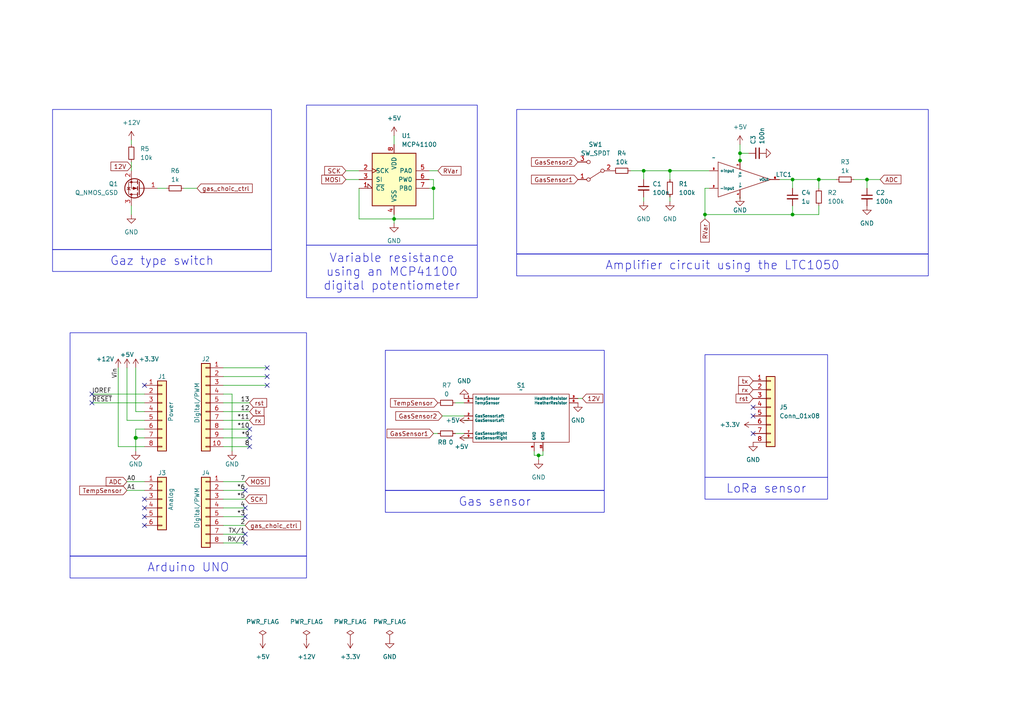
<source format=kicad_sch>
(kicad_sch (version 20231120) (generator "eeschema") (generator_version "8.0")
  (paper "A4")
  (title_block (title "Badr, Amine, Imane, Fatine, Joao electrical circuit") (date "2025-12-17") (company "INSA Toulouse"))
  (lib_symbols
    (symbol "+5V_1" (power) (pin_names (offset 0))
      (property "Value" "+5V_1" (at 0 3.556 0))
      (symbol "+5V_1_0_1"
        (polyline (pts (xy -0.762 1.27) (xy 0 2.54)))
        (polyline (pts (xy 0 0) (xy 0 2.54)))
        (polyline (pts (xy 0 2.54) (xy 0.762 1.27)))
      )
      (symbol "+5V_1_1_1"
        (pin power_in line (at 0 0 90) (length 0) hide (name "+5V") (number "1"))
      )
    )
    (symbol "+5V_2" (power) (pin_names (offset 0))
      (property "Value" "+5V_2" (at 0 3.556 0))
      (symbol "+5V_2_0_1"
        (polyline (pts (xy -0.762 1.27) (xy 0 2.54)))
        (polyline (pts (xy 0 0) (xy 0 2.54)))
        (polyline (pts (xy 0 2.54) (xy 0.762 1.27)))
      )
      (symbol "+5V_2_1_1"
        (pin power_in line (at 0 0 90) (length 0) hide (name "+5V") (number "1"))
      )
    )
    (symbol "Connector_Generic:Conn_01x06" (pin_names (offset 1.016) hide)
      (property "Reference" "J" (at 0 7.62 0))
      (property "Value" "Conn_01x06" (at 0 -10.16 0))
      (symbol "Conn_01x06_1_1"
        (rectangle (start -1.27 -7.493) (end 0 -7.747) (stroke (width 0.1524)))
        (rectangle (start -1.27 -4.953) (end 0 -5.207) (stroke (width 0.1524)))
        (rectangle (start -1.27 -2.413) (end 0 -2.667) (stroke (width 0.1524)))
        (rectangle (start -1.27 0.127) (end 0 -0.127) (stroke (width 0.1524)))
        (rectangle (start -1.27 2.667) (end 0 2.413) (stroke (width 0.1524)))
        (rectangle (start -1.27 5.207) (end 0 4.953) (stroke (width 0.1524)))
        (rectangle (start -1.27 6.35) (end 1.27 -8.89) (stroke (width 0.254)) (fill (type background)))
        (pin passive line (at -5.08 5.08 0) (length 3.81) (name "Pin_1") (number "1"))
        (pin passive line (at -5.08 2.54 0) (length 3.81) (name "Pin_2") (number "2"))
        (pin passive line (at -5.08 0 0) (length 3.81) (name "Pin_3") (number "3"))
        (pin passive line (at -5.08 -2.54 0) (length 3.81) (name "Pin_4") (number "4"))
        (pin passive line (at -5.08 -5.08 0) (length 3.81) (name "Pin_5") (number "5"))
        (pin passive line (at -5.08 -7.62 0) (length 3.81) (name "Pin_6") (number "6"))
      )
    )
    (symbol "Connector_Generic:Conn_01x08" (pin_names (offset 1.016) hide)
      (property "Reference" "J" (at 0 10.16 0))
      (property "Value" "Conn_01x08" (at 0 -12.7 0))
      (symbol "Conn_01x08_1_1"
        (rectangle (start -1.27 -10.033) (end 0 -10.287) (stroke (width 0.1524)))
        (rectangle (start -1.27 -7.493) (end 0 -7.747) (stroke (width 0.1524)))
        (rectangle (start -1.27 -4.953) (end 0 -5.207) (stroke (width 0.1524)))
        (rectangle (start -1.27 -2.413) (end 0 -2.667) (stroke (width 0.1524)))
        (rectangle (start -1.27 0.127) (end 0 -0.127) (stroke (width 0.1524)))
        (rectangle (start -1.27 2.667) (end 0 2.413) (stroke (width 0.1524)))
        (rectangle (start -1.27 5.207) (end 0 4.953) (stroke (width 0.1524)))
        (rectangle (start -1.27 7.747) (end 0 7.493) (stroke (width 0.1524)))
        (rectangle (start -1.27 8.89) (end 1.27 -11.43) (stroke (width 0.254)) (fill (type background)))
        (pin passive line (at -5.08 7.62 0) (length 3.81) (name "Pin_1") (number "1"))
        (pin passive line (at -5.08 5.08 0) (length 3.81) (name "Pin_2") (number "2"))
        (pin passive line (at -5.08 2.54 0) (length 3.81) (name "Pin_3") (number "3"))
        (pin passive line (at -5.08 0 0) (length 3.81) (name "Pin_4") (number "4"))
        (pin passive line (at -5.08 -2.54 0) (length 3.81) (name "Pin_5") (number "5"))
        (pin passive line (at -5.08 -5.08 0) (length 3.81) (name "Pin_6") (number "6"))
        (pin passive line (at -5.08 -7.62 0) (length 3.81) (name "Pin_7") (number "7"))
        (pin passive line (at -5.08 -10.16 0) (length 3.81) (name "Pin_8") (number "8"))
      )
    )
    (symbol "Connector_Generic:Conn_01x10" (pin_names (offset 1.016) hide)
      (property "Reference" "J" (at 0 12.7 0))
      (property "Value" "Conn_01x10" (at 0 -15.24 0))
      (symbol "Conn_01x10_1_1"
        (rectangle (start -1.27 -12.573) (end 0 -12.827) (stroke (width 0.1524)))
        (rectangle (start -1.27 -10.033) (end 0 -10.287) (stroke (width 0.1524)))
        (rectangle (start -1.27 -7.493) (end 0 -7.747) (stroke (width 0.1524)))
        (rectangle (start -1.27 -4.953) (end 0 -5.207) (stroke (width 0.1524)))
        (rectangle (start -1.27 -2.413) (end 0 -2.667) (stroke (width 0.1524)))
        (rectangle (start -1.27 0.127) (end 0 -0.127) (stroke (width 0.1524)))
        (rectangle (start -1.27 2.667) (end 0 2.413) (stroke (width 0.1524)))
        (rectangle (start -1.27 5.207) (end 0 4.953) (stroke (width 0.1524)))
        (rectangle (start -1.27 7.747) (end 0 7.493) (stroke (width 0.1524)))
        (rectangle (start -1.27 10.287) (end 0 10.033) (stroke (width 0.1524)))
        (rectangle (start -1.27 11.43) (end 1.27 -13.97) (stroke (width 0.254)) (fill (type background)))
        (pin passive line (at -5.08 10.16 0) (length 3.81) (name "Pin_1") (number "1"))
        (pin passive line (at -5.08 -12.7 0) (length 3.81) (name "Pin_10") (number "10"))
        (pin passive line (at -5.08 7.62 0) (length 3.81) (name "Pin_2") (number "2"))
        (pin passive line (at -5.08 5.08 0) (length 3.81) (name "Pin_3") (number "3"))
        (pin passive line (at -5.08 2.54 0) (length 3.81) (name "Pin_4") (number "4"))
        (pin passive line (at -5.08 0 0) (length 3.81) (name "Pin_5") (number "5"))
        (pin passive line (at -5.08 -2.54 0) (length 3.81) (name "Pin_6") (number "6"))
        (pin passive line (at -5.08 -5.08 0) (length 3.81) (name "Pin_7") (number "7"))
        (pin passive line (at -5.08 -7.62 0) (length 3.81) (name "Pin_8") (number "8"))
        (pin passive line (at -5.08 -10.16 0) (length 3.81) (name "Pin_9") (number "9"))
      )
    )
    (symbol "Device:C_Small" (pin_numbers hide) (pin_names (offset 0.254) hide)
      (property "Reference" "C" (at 0.254 1.778 0))
      (property "Value" "C_Small" (at 0.254 -2.032 0))
      (symbol "C_Small_0_1"
        (polyline (pts (xy -1.524 -0.508) (xy 1.524 -0.508)) (stroke (width 0.3302)))
        (polyline (pts (xy -1.524 0.508) (xy 1.524 0.508)) (stroke (width 0.3048)))
      )
      (symbol "C_Small_1_1"
        (pin passive line (at 0 2.54 270) (length 2.032) (name "~") (number "1"))
        (pin passive line (at 0 -2.54 90) (length 2.032) (name "~") (number "2"))
      )
    )
    (symbol "Device:Q_NMOS_GSD" (pin_names (offset 0) hide)
      (property "Reference" "Q" (at 5.08 1.27 0))
      (property "Value" "Q_NMOS_GSD" (at 5.08 -1.27 0))
      (symbol "Q_NMOS_GSD_0_1"
        (polyline (pts (xy 0.254 0) (xy -2.54 0)))
        (polyline (pts (xy 0.254 1.905) (xy 0.254 -1.905)) (stroke (width 0.254)))
        (polyline (pts (xy 0.762 -1.27) (xy 0.762 -2.286)) (stroke (width 0.254)))
        (polyline (pts (xy 0.762 0.508) (xy 0.762 -0.508)) (stroke (width 0.254)))
        (polyline (pts (xy 0.762 2.286) (xy 0.762 1.27)) (stroke (width 0.254)))
        (polyline (pts (xy 2.54 2.54) (xy 2.54 1.778)))
        (polyline (pts (xy 2.54 -2.54) (xy 2.54 0) (xy 0.762 0)))
        (polyline (pts (xy 0.762 -1.778) (xy 3.302 -1.778) (xy 3.302 1.778) (xy 0.762 1.778)))
        (polyline (pts (xy 1.016 0) (xy 2.032 0.381) (xy 2.032 -0.381) (xy 1.016 0)) (fill (type outline)))
        (polyline (pts (xy 2.794 0.508) (xy 2.921 0.381) (xy 3.683 0.381) (xy 3.81 0.254)))
        (polyline (pts (xy 3.302 0.381) (xy 2.921 -0.254) (xy 3.683 -0.254) (xy 3.302 0.381)))
        (circle (center 1.651 0) (radius 2.794) (stroke (width 0.254)))
        (circle (center 2.54 -1.778) (radius 0.254) (fill (type outline)))
        (circle (center 2.54 1.778) (radius 0.254) (fill (type outline)))
      )
      (symbol "Q_NMOS_GSD_1_1"
        (pin input line (at -5.08 0 0) (length 2.54) (name "G") (number "1"))
        (pin passive line (at 2.54 -5.08 90) (length 2.54) (name "S") (number "2"))
        (pin passive line (at 2.54 5.08 270) (length 2.54) (name "D") (number "3"))
      )
    )
    (symbol "Device:R_Small" (pin_numbers hide) (pin_names (offset 0.254) hide)
      (property "Reference" "R" (at 0.762 0.508 0))
      (property "Value" "R_Small" (at 0.762 -1.016 0))
      (symbol "R_Small_0_1"
        (rectangle (start -0.762 1.778) (end 0.762 -1.778) (stroke (width 0.2032)))
      )
      (symbol "R_Small_1_1"
        (pin passive line (at 0 2.54 270) (length 0.762) (name "~") (number "1"))
        (pin passive line (at 0 -2.54 90) (length 0.762) (name "~") (number "2"))
      )
    )
    (symbol "GND_1" (power) (pin_names (offset 0))
      (property "Value" "GND_1" (at 0 -3.81 0))
      (symbol "GND_1_0_1"
        (polyline (pts (xy 0 0) (xy 0 -1.27) (xy 1.27 -1.27) (xy 0 -2.54) (xy -1.27 -1.27) (xy 0 -1.27)))
      )
      (symbol "GND_1_1_1"
        (pin power_in line (at 0 0 270) (length 0) hide (name "GND") (number "1"))
      )
    )
    (symbol "GND_10" (power) (pin_names (offset 0))
      (property "Value" "GND_10" (at 0 -3.81 0))
      (symbol "GND_10_0_1"
        (polyline (pts (xy 0 0) (xy 0 -1.27) (xy 1.27 -1.27) (xy 0 -2.54) (xy -1.27 -1.27) (xy 0 -1.27)))
      )
      (symbol "GND_10_1_1"
        (pin power_in line (at 0 0 270) (length 0) hide (name "GND") (number "1"))
      )
    )
    (symbol "GND_2" (power) (pin_names (offset 0))
      (property "Value" "GND_2" (at 0 -3.81 0))
      (symbol "GND_2_0_1"
        (polyline (pts (xy 0 0) (xy 0 -1.27) (xy 1.27 -1.27) (xy 0 -2.54) (xy -1.27 -1.27) (xy 0 -1.27)))
      )
      (symbol "GND_2_1_1"
        (pin power_in line (at 0 0 270) (length 0) hide (name "GND") (number "1"))
      )
    )
    (symbol "GND_3" (power) (pin_names (offset 0))
      (property "Value" "GND_3" (at 0 -3.81 0))
      (symbol "GND_3_0_1"
        (polyline (pts (xy 0 0) (xy 0 -1.27) (xy 1.27 -1.27) (xy 0 -2.54) (xy -1.27 -1.27) (xy 0 -1.27)))
      )
      (symbol "GND_3_1_1"
        (pin power_in line (at 0 0 270) (length 0) hide (name "GND") (number "1"))
      )
    )
    (symbol "GND_4" (power) (pin_names (offset 0))
      (property "Value" "GND_4" (at 0 -3.81 0))
      (symbol "GND_4_0_1"
        (polyline (pts (xy 0 0) (xy 0 -1.27) (xy 1.27 -1.27) (xy 0 -2.54) (xy -1.27 -1.27) (xy 0 -1.27)))
      )
      (symbol "GND_4_1_1"
        (pin power_in line (at 0 0 270) (length 0) hide (name "GND") (number "1"))
      )
    )
    (symbol "GND_5" (power) (pin_names (offset 0))
      (property "Value" "GND_5" (at 0 -3.81 0))
      (symbol "GND_5_0_1"
        (polyline (pts (xy 0 0) (xy 0 -1.27) (xy 1.27 -1.27) (xy 0 -2.54) (xy -1.27 -1.27) (xy 0 -1.27)))
      )
      (symbol "GND_5_1_1"
        (pin power_in line (at 0 0 270) (length 0) hide (name "GND") (number "1"))
      )
    )
    (symbol "GND_6" (power) (pin_names (offset 0))
      (property "Value" "GND_6" (at 0 -3.81 0))
      (symbol "GND_6_0_1"
        (polyline (pts (xy 0 0) (xy 0 -1.27) (xy 1.27 -1.27) (xy 0 -2.54) (xy -1.27 -1.27) (xy 0 -1.27)))
      )
      (symbol "GND_6_1_1"
        (pin power_in line (at 0 0 270) (length 0) hide (name "GND") (number "1"))
      )
    )
    (symbol "GND_7" (power) (pin_names (offset 0))
      (property "Value" "GND_7" (at 0 -3.81 0))
      (symbol "GND_7_0_1"
        (polyline (pts (xy 0 0) (xy 0 -1.27) (xy 1.27 -1.27) (xy 0 -2.54) (xy -1.27 -1.27) (xy 0 -1.27)))
      )
      (symbol "GND_7_1_1"
        (pin power_in line (at 0 0 270) (length 0) hide (name "GND") (number "1"))
      )
    )
    (symbol "GND_8" (power) (pin_names (offset 0))
      (property "Value" "GND_8" (at 0 -3.81 0))
      (symbol "GND_8_0_1"
        (polyline (pts (xy 0 0) (xy 0 -1.27) (xy 1.27 -1.27) (xy 0 -2.54) (xy -1.27 -1.27) (xy 0 -1.27)))
      )
      (symbol "GND_8_1_1"
        (pin power_in line (at 0 0 270) (length 0) hide (name "GND") (number "1"))
      )
    )
    (symbol "GND_9" (power) (pin_names (offset 0))
      (property "Value" "GND_9" (at 0 -3.81 0))
      (symbol "GND_9_0_1"
        (polyline (pts (xy 0 0) (xy 0 -1.27) (xy 1.27 -1.27) (xy 0 -2.54) (xy -1.27 -1.27) (xy 0 -1.27)))
      )
      (symbol "GND_9_1_1"
        (pin power_in line (at 0 0 270) (length 0) hide (name "GND") (number "1"))
      )
    )
    (symbol "LTC1050_1"
      (property "Reference" "LTC1050" (at -1.27 0 0))
      (symbol "LTC1050_1_0_1"
        (polyline (pts (xy 1.27 -1.27) (xy 1.27 -11.43) (xy 16.51 -6.35) (xy 1.27 -1.27)))
      )
      (symbol "LTC1050_1_1_1"
        (pin input line (at -1.27 -8.89 0) (length 2.54) (name "-input") (number "2"))
        (pin input line (at -1.27 -3.81 0) (length 2.54) (name "+input") (number "3"))
        (pin input line (at 7.62 -11.85 90) (length 2.54) (name "v-") (number "4"))
        (pin output line (at 19.05 -6.35 180) (length 2.54) (name "vOut") (number "6"))
        (pin input line (at 7.62 -0.85 270) (length 2.54) (name "V+") (number "7"))
      )
    )
    (symbol "Potentiometer_Digital:MCP41100" (pin_names (offset 1.016))
      (property "Reference" "U" (at -6.35 8.89 0))
      (property "Value" "MCP41100" (at 1.27 8.89 0))
      (symbol "MCP41100_0_1"
        (rectangle (start -6.35 7.62) (end 6.35 -7.62) (stroke (width 0.254)) (fill (type background)))
      )
      (symbol "MCP41100_1_1"
        (pin input input_low (at -10.16 -2.54 0) (length 3.81) (name "~{CS}") (number "1"))
        (pin passive clock (at -10.16 2.54 0) (length 3.81) (name "SCK") (number "2"))
        (pin input line (at -10.16 0 0) (length 3.81) (name "SI") (number "3"))
        (pin power_in line (at 0 -10.16 90) (length 2.54) (name "VSS") (number "4"))
        (pin passive line (at 10.16 2.54 180) (length 3.81) (name "PA0") (number "5"))
        (pin passive line (at 10.16 0 180) (length 3.81) (name "PW0") (number "6"))
        (pin passive line (at 10.16 -2.54 180) (length 3.81) (name "PB0") (number "7"))
        (pin power_in line (at 0 10.16 270) (length 2.54) (name "VDD") (number "8"))
      )
    )
    (symbol "Switch:SW_SPDT" (pin_names (offset 0) hide)
      (property "Reference" "SW" (at 0 4.318 0))
      (property "Value" "SW_SPDT" (at 0 -5.08 0))
      (symbol "SW_SPDT_0_0"
        (circle (center -2.032 0) (radius 0.508))
        (circle (center 2.032 -2.54) (radius 0.508))
      )
      (symbol "SW_SPDT_0_1"
        (polyline (pts (xy -1.524 0.254) (xy 1.651 2.286)))
        (circle (center 2.032 2.54) (radius 0.508))
      )
      (symbol "SW_SPDT_1_1"
        (pin passive line (at 5.08 2.54 180) (length 2.54) (name "A") (number "1"))
        (pin passive line (at -5.08 0 0) (length 2.54) (name "B") (number "2"))
        (pin passive line (at 5.08 -2.54 180) (length 2.54) (name "C") (number "3"))
      )
    )
    (symbol "my_library:sensor_AIME"
      (property "Reference" "S" (at 0 2.54 0))
      (symbol "sensor_AIME_0_1"
        (polyline (pts (xy 0 -1.27) (xy -13.97 -1.27) (xy -13.97 -15.24) (xy 13.97 -15.24) (xy 13.97 -1.27) (xy 0 -1.27)))
      )
      (symbol "sensor_AIME_1_1"
        (pin passive line (at -16.51 -2.54 0) (length 2.54) (name "TempSensor") (number "1"))
        (pin power_in line (at 6.35 -17.78 90) (length 2.54) (name "GND") (number "10"))
        (pin passive line (at -16.51 -7.62 0) (length 2.54) (name "GasSensorLeft") (number "2"))
        (pin passive line (at 16.51 -2.54 180) (length 2.54) (name "HeatherResistor") (number "3"))
        (pin passive line (at -16.51 -8.89 0) (length 2.54) (name "GasSensorLeft") (number "4"))
        (pin power_in line (at 3.81 -17.78 90) (length 2.54) (name "GND") (number "5"))
        (pin passive line (at -16.51 -3.81 0) (length 2.54) (name "TempSensor") (number "6"))
        (pin passive line (at -16.51 -12.7 0) (length 2.54) (name "GasSensorRight") (number "7"))
        (pin passive line (at 16.51 -3.81 180) (length 2.54) (name "HeatherResistor") (number "8"))
        (pin passive line (at -16.51 -13.97 0) (length 2.54) (name "GasSensorRight") (number "9"))
      )
    )
    (symbol "power:+12V" (power) (pin_names (offset 0))
      (property "Value" "+12V" (at 0 3.556 0))
      (symbol "+12V_0_1"
        (polyline (pts (xy -0.762 1.27) (xy 0 2.54)))
        (polyline (pts (xy 0 0) (xy 0 2.54)))
        (polyline (pts (xy 0 2.54) (xy 0.762 1.27)))
      )
      (symbol "+12V_1_1"
        (pin power_in line (at 0 0 90) (length 0) hide (name "+12V") (number "1"))
      )
    )
    (symbol "power:+3.3V" (power) (pin_names (offset 0))
      (property "Value" "+3.3V" (at 0 3.556 0))
      (symbol "+3.3V_0_1"
        (polyline (pts (xy -0.762 1.27) (xy 0 2.54)))
        (polyline (pts (xy 0 0) (xy 0 2.54)))
        (polyline (pts (xy 0 2.54) (xy 0.762 1.27)))
      )
      (symbol "+3.3V_1_1"
        (pin power_in line (at 0 0 90) (length 0) hide (name "+3.3V") (number "1"))
      )
    )
    (symbol "power:GND" (power) (pin_names (offset 0))
      (property "Value" "GND" (at 0 -3.81 0))
      (symbol "GND_0_1"
        (polyline (pts (xy 0 0) (xy 0 -1.27) (xy 1.27 -1.27) (xy 0 -2.54) (xy -1.27 -1.27) (xy 0 -1.27)))
      )
      (symbol "GND_1_1"
        (pin power_in line (at 0 0 270) (length 0) hide (name "GND") (number "1"))
      )
    )
    (symbol "power:PWR_FLAG" (power) (pin_numbers hide) (pin_names (offset 0) hide)
      (property "Value" "PWR_FLAG" (at 0 3.81 0))
      (symbol "PWR_FLAG_0_0"
        (pin power_out line (at 0 0 90) (length 0) (name "pwr") (number "1"))
      )
      (symbol "PWR_FLAG_0_1"
        (polyline (pts (xy 0 0) (xy 0 1.27) (xy -1.016 1.905) (xy 0 2.54) (xy 1.016 1.905) (xy 0 1.27)))
      )
    )
  )
  (junction (at 194.31 49.53))
  (junction (at 229.87 52.07))
  (junction (at 251.46 52.07))
  (junction (at 237.49 52.07))
  (junction (at 39.37 127) (diameter 1.016))
  (junction (at 114.3 63.5))
  (junction (at 214.63 46.57))
  (junction (at 125.73 54.61))
  (junction (at 156.21 132.08))
  (junction (at 229.87 62.23))
  (junction (at 186.69 49.53))
  (junction (at 214.63 44.45))
  (junction (at 204.47 62.23))
  (no_connect (at 41.91 144.78))
  (no_connect (at 41.91 152.4))
  (no_connect (at 41.91 147.32))
  (no_connect (at 72.39 127))
  (no_connect (at 26.67 116.84))
  (no_connect (at 77.47 109.22))
  (no_connect (at 77.47 111.76))
  (no_connect (at 71.12 149.86))
  (no_connect (at 218.44 118.11))
  (no_connect (at 218.44 125.73))
  (no_connect (at 72.39 129.54))
  (no_connect (at 71.12 154.94))
  (no_connect (at 71.12 142.24))
  (no_connect (at 71.12 157.48))
  (no_connect (at 218.44 120.65))
  (no_connect (at 41.91 149.86))
  (no_connect (at 26.67 114.3))
  (no_connect (at 72.39 124.46))
  (no_connect (at 41.91 111.76))
  (no_connect (at 77.47 106.68))
  (no_connect (at 71.12 147.32))
  (wire (pts (xy 64.77 157.48) (xy 71.12 157.48)))
  (wire (pts (xy 124.46 52.07) (xy 125.73 52.07)))
  (wire (pts (xy 156.21 132.08) (xy 156.21 133.35)))
  (wire (pts (xy 186.69 57.15) (xy 186.69 58.42)))
  (wire (pts (xy 64.77 124.46) (xy 72.39 124.46)))
  (wire (pts (xy 214.63 46.57) (xy 214.63 46.99)))
  (wire (pts (xy 64.77 106.68) (xy 77.47 106.68)))
  (wire (pts (xy 132.08 125.73) (xy 134.62 125.73)))
  (wire (pts (xy 64.77 139.7) (xy 71.12 139.7)))
  (wire (pts (xy 39.37 124.46) (xy 39.37 127)))
  (wire (pts (xy 204.47 62.23) (xy 229.87 62.23)))
  (wire (pts (xy 104.14 54.61) (xy 104.14 63.5)))
  (wire (pts (xy 135.89 127) (xy 134.62 127)))
  (wire (pts (xy 247.65 52.07) (xy 251.46 52.07)))
  (wire (pts (xy 237.49 52.07) (xy 242.57 52.07)))
  (wire (pts (xy 124.46 49.53) (xy 127 49.53)))
  (wire (pts (xy 128.27 120.65) (xy 134.62 120.65)))
  (wire (pts (xy 127 125.73) (xy 125.73 125.73)))
  (wire (pts (xy 64.77 144.78) (xy 71.12 144.78)))
  (wire (pts (xy 39.37 127) (xy 39.37 130.81)))
  (wire (pts (xy 229.87 59.69) (xy 229.87 62.23)))
  (wire (pts (xy 39.37 119.38) (xy 41.91 119.38)))
  (wire (pts (xy 214.63 41.91) (xy 214.63 44.45)))
  (wire (pts (xy 194.31 57.15) (xy 194.31 58.42)))
  (wire (pts (xy 36.83 121.92) (xy 41.91 121.92)))
  (wire (pts (xy 204.47 62.23) (xy 204.47 54.61)))
  (wire (pts (xy 36.83 106.68) (xy 36.83 121.92)))
  (wire (pts (xy 251.46 52.07) (xy 255.27 52.07)))
  (wire (pts (xy 64.77 116.84) (xy 72.39 116.84)))
  (wire (pts (xy 100.33 49.53) (xy 104.14 49.53)))
  (wire (pts (xy 39.37 106.68) (xy 39.37 119.38)))
  (wire (pts (xy 45.72 54.61) (xy 48.26 54.61)))
  (wire (pts (xy 41.91 139.7) (xy 36.83 139.7)))
  (wire (pts (xy 64.77 119.38) (xy 72.39 119.38)))
  (wire (pts (xy 64.77 142.24) (xy 71.12 142.24)))
  (wire (pts (xy 226.06 52.07) (xy 229.87 52.07)))
  (wire (pts (xy 186.69 49.53) (xy 194.31 49.53)))
  (wire (pts (xy 156.21 132.08) (xy 157.48 132.08)))
  (wire (pts (xy 114.3 62.23) (xy 114.3 63.5)))
  (wire (pts (xy 237.49 59.69) (xy 237.49 62.23)))
  (wire (pts (xy 64.77 127) (xy 72.39 127)))
  (wire (pts (xy 135.89 121.92) (xy 134.62 121.92)))
  (wire (pts (xy 114.3 63.5) (xy 114.3 64.77)))
  (wire (pts (xy 64.77 147.32) (xy 71.12 147.32)))
  (wire (pts (xy 100.33 52.07) (xy 104.14 52.07)))
  (wire (pts (xy 26.67 114.3) (xy 41.91 114.3)))
  (wire (pts (xy 220.98 44.45) (xy 222.25 44.45)))
  (wire (pts (xy 168.91 115.57) (xy 167.64 115.57)))
  (wire (pts (xy 67.31 114.3) (xy 67.31 130.81)))
  (wire (pts (xy 154.94 132.08) (xy 156.21 132.08)))
  (wire (pts (xy 125.73 52.07) (xy 125.73 54.61)))
  (wire (pts (xy 64.77 111.76) (xy 77.47 111.76)))
  (wire (pts (xy 26.67 116.84) (xy 41.91 116.84)))
  (wire (pts (xy 204.47 63.5) (xy 204.47 62.23)))
  (wire (pts (xy 125.73 63.5) (xy 114.3 63.5)))
  (wire (pts (xy 41.91 127) (xy 39.37 127)))
  (wire (pts (xy 237.49 52.07) (xy 237.49 54.61)))
  (wire (pts (xy 114.3 39.37) (xy 114.3 41.91)))
  (wire (pts (xy 214.63 44.45) (xy 214.63 46.57)))
  (wire (pts (xy 125.73 54.61) (xy 125.73 63.5)))
  (wire (pts (xy 41.91 129.54) (xy 34.29 129.54)))
  (wire (pts (xy 36.83 142.24) (xy 41.91 142.24)))
  (wire (pts (xy 229.87 62.23) (xy 237.49 62.23)))
  (wire (pts (xy 154.94 130.81) (xy 154.94 132.08)))
  (wire (pts (xy 53.34 54.61) (xy 57.15 54.61)))
  (wire (pts (xy 251.46 52.07) (xy 251.46 54.61)))
  (wire (pts (xy 186.69 49.53) (xy 186.69 52.07)))
  (wire (pts (xy 214.63 44.45) (xy 217.17 44.45)))
  (wire (pts (xy 64.77 114.3) (xy 67.31 114.3)))
  (wire (pts (xy 41.91 124.46) (xy 39.37 124.46)))
  (wire (pts (xy 214.63 57.57) (xy 214.63 57.15)))
  (wire (pts (xy 64.77 121.92) (xy 72.39 121.92)))
  (wire (pts (xy 157.48 130.81) (xy 157.48 132.08)))
  (wire (pts (xy 229.87 52.07) (xy 237.49 52.07)))
  (wire (pts (xy 125.73 54.61) (xy 124.46 54.61)))
  (wire (pts (xy 229.87 52.07) (xy 229.87 54.61)))
  (wire (pts (xy 205.74 49.53) (xy 194.31 49.53)))
  (wire (pts (xy 38.1 40.64) (xy 38.1 41.91)))
  (wire (pts (xy 64.77 109.22) (xy 77.47 109.22)))
  (wire (pts (xy 204.47 54.61) (xy 205.74 54.61)))
  (wire (pts (xy 64.77 152.4) (xy 71.12 152.4)))
  (wire (pts (xy 64.77 149.86) (xy 71.12 149.86)))
  (wire (pts (xy 38.1 59.69) (xy 38.1 62.23)))
  (wire (pts (xy 132.08 116.84) (xy 134.62 116.84)))
  (wire (pts (xy 38.1 46.99) (xy 38.1 49.53)))
  (wire (pts (xy 104.14 63.5) (xy 114.3 63.5)))
  (wire (pts (xy 194.31 49.53) (xy 194.31 52.07)))
  (wire (pts (xy 64.77 154.94) (xy 71.12 154.94)))
  (wire (pts (xy 34.29 129.54) (xy 34.29 106.68)))
  (wire (pts (xy 182.88 49.53) (xy 186.69 49.53)))
  (wire (pts (xy 64.77 129.54) (xy 72.39 129.54)))
  (rectangle (start 204.47 102.87) (end 240.03 138.43))
  (rectangle (start 20.32 96.52) (end 88.9 161.29))
  (rectangle (start 15.24 31.75) (end 78.74 72.39))
  (rectangle (start 149.86 31.75) (end 269.24 73.66))
  (rectangle (start 111.76 101.6) (end 175.26 142.24))
  (rectangle (start 88.9 30.48) (end 138.43 71.12))
  (text_box "Gas sensor" (at 111.76 142.24 0) (size 63.5 6.35) (effects (font (size 2.5 2.5))))
  (text_box "Amplifier circuit using the LTC1050" (at 149.86 73.66 0) (size 119.38 6.35) (effects (font (size 2.5 2.5))))
  (text_box "LoRa sensor" (at 204.47 138.43 0) (size 35.56 6.35) (effects (font (size 2.5 2.5))))
  (text_box "Variable resistance using an MCP41100 digital potentiometer" (at 88.9 71.12 0) (size 49.53 15.24) (effects (font (size 2.5 2.5))))
  (text_box "Arduino UNO" (at 20.32 161.29 0) (size 68.58 6.35) (effects (font (size 2.5 2.5))))
  (text_box "Gaz type switch\n" (at 15.24 72.39 0) (size 63.5 6.35) (effects (font (size 2.5 2.5))))
  (label "RX{slash}0" (at 71.12 157.48 180))
  (label "4" (at 71.12 147.32 180))
  (label "2" (at 71.12 152.4 180))
  (label "13" (at 72.39 116.84 180))
  (label "12" (at 72.39 119.38 180))
  (label "~{RESET}" (at 26.67 116.84 0))
  (label "*10" (at 72.39 124.46 180))
  (label "7" (at 71.12 139.7 180))
  (label "8" (at 72.39 129.54 180))
  (label "*11" (at 72.39 121.92 180))
  (label "*3" (at 71.12 149.86 180))
  (label "A1" (at 36.83 142.24 0))
  (label "TX{slash}1" (at 71.12 154.94 180))
  (label "A0" (at 36.83 139.7 0))
  (label "Vin" (at 34.29 106.68 270))
  (label "*6" (at 71.12 142.24 180))
  (label "*9" (at 72.39 127 180))
  (label "*5" (at 71.12 144.78 180))
  (label "IOREF" (at 26.67 114.3 0))
  (global_label "rx" (shape input) (at 218.44 113.03 180) (property "Intersheetrefs" "${INTERSHEET_REFS}" (effects (hide yes))))
  (global_label "RVar" (shape input) (at 204.47 63.5 270) (property "Intersheetrefs" "${INTERSHEET_REFS}" (effects (hide yes))))
  (global_label "12V" (shape input) (at 38.1 48.26 180) (property "Intersheetrefs" "${INTERSHEET_REFS}" (effects (hide yes))))
  (global_label "12V" (shape input) (at 168.91 115.57 0) (property "Intersheetrefs" "${INTERSHEET_REFS}" (effects (hide yes))))
  (global_label "TempSensor" (shape input) (at 36.83 142.24 180) (property "Intersheetrefs" "${INTERSHEET_REFS}" (effects (hide yes))))
  (global_label "MOSI" (shape input) (at 71.12 139.7 0) (property "Intersheetrefs" "${INTERSHEET_REFS}" (effects (hide yes))))
  (global_label "GasSensor1" (shape input) (at 125.73 125.73 180) (property "Intersheetrefs" "${INTERSHEET_REFS}" (effects (hide yes))))
  (global_label "rst" (shape input) (at 72.39 116.84 0) (property "Intersheetrefs" "${INTERSHEET_REFS}" (effects (hide yes))))
  (global_label "ADC" (shape input) (at 36.83 139.7 180) (property "Intersheetrefs" "${INTERSHEET_REFS}" (effects (hide yes))))
  (global_label "tx" (shape input) (at 72.39 119.38 0) (property "Intersheetrefs" "${INTERSHEET_REFS}" (effects (hide yes))))
  (global_label "rx" (shape input) (at 72.39 121.92 0) (property "Intersheetrefs" "${INTERSHEET_REFS}" (effects (hide yes))))
  (global_label "tx" (shape input) (at 218.44 110.49 180) (property "Intersheetrefs" "${INTERSHEET_REFS}" (effects (hide yes))))
  (global_label "SCK" (shape input) (at 71.12 144.78 0) (property "Intersheetrefs" "${INTERSHEET_REFS}" (effects (hide yes))))
  (global_label "GasSensor2" (shape input) (at 167.64 46.99 180) (property "Intersheetrefs" "${INTERSHEET_REFS}" (effects (hide yes))))
  (global_label "RVar" (shape input) (at 127 49.53 0) (property "Intersheetrefs" "${INTERSHEET_REFS}" (effects (hide yes))))
  (global_label "rst" (shape input) (at 218.44 115.57 180) (property "Intersheetrefs" "${INTERSHEET_REFS}" (effects (hide yes))))
  (global_label "ADC" (shape input) (at 255.27 52.07 0) (property "Intersheetrefs" "${INTERSHEET_REFS}" (effects (hide yes))))
  (global_label "GasSensor1" (shape input) (at 167.64 52.07 180) (property "Intersheetrefs" "${INTERSHEET_REFS}" (effects (hide yes))))
  (global_label "gas_choic_ctrl" (shape input) (at 71.12 152.4 0) (property "Intersheetrefs" "${INTERSHEET_REFS}" (effects (hide yes))))
  (global_label "TempSensor" (shape input) (at 127 116.84 180) (property "Intersheetrefs" "${INTERSHEET_REFS}" (effects (hide yes))))
  (global_label "MOSI" (shape input) (at 100.33 52.07 180) (property "Intersheetrefs" "${INTERSHEET_REFS}" (effects (hide yes))))
  (global_label "gas_choic_ctrl" (shape input) (at 57.15 54.61 0) (property "Intersheetrefs" "${INTERSHEET_REFS}" (effects (hide yes))))
  (global_label "GasSensor2" (shape input) (at 128.27 120.65 180) (property "Intersheetrefs" "${INTERSHEET_REFS}" (effects (hide yes))))
  (global_label "SCK" (shape input) (at 100.33 49.53 180) (property "Intersheetrefs" "${INTERSHEET_REFS}" (effects (hide yes))))
  (symbol (lib_id "Connector_Generic:Conn_01x08") (at 46.99 119.38 0) (unit 1)
    (property "Reference" "J1" (at 46.99 109.22 0))
    (property "Value" "Power" (at 49.53 119.38 90))
    (property "Footprint" "Connector_PinSocket_2.54mm:PinSocket_1x08_P2.54mm_Vertical" (effects (hide yes)))
  )
  (symbol (lib_id "power:GND") (at 39.37 130.81 0) (unit 1)
    (property "Reference" "#PWR04" (effects (hide yes)))
    (property "Value" "GND" (at 39.37 134.62 0))
  )
  (symbol (lib_id "Connector_Generic:Conn_01x10") (at 59.69 116.84 0) (mirror y) (unit 1)
    (property "Reference" "J2" (at 59.69 104.14 0))
    (property "Value" "Digital/PWM" (at 57.15 116.84 90))
    (property "Footprint" "Connector_PinSocket_2.54mm:PinSocket_1x10_P2.54mm_Vertical" (effects (hide yes)))
  )
  (symbol (lib_id "power:GND") (at 67.31 130.81 0) (unit 1)
    (property "Reference" "#PWR05" (effects (hide yes)))
    (property "Value" "GND" (at 67.31 134.62 0))
  )
  (symbol (lib_id "Connector_Generic:Conn_01x06") (at 46.99 144.78 0) (unit 1)
    (property "Reference" "J3" (at 46.99 137.16 0))
    (property "Value" "Analog" (at 49.53 144.78 90))
    (property "Footprint" "Connector_PinSocket_2.54mm:PinSocket_1x06_P2.54mm_Vertical" (effects (hide yes)))
  )
  (symbol (lib_id "Connector_Generic:Conn_01x08") (at 59.69 147.32 0) (mirror y) (unit 1)
    (property "Reference" "J4" (at 59.69 137.16 0))
    (property "Value" "Digital/PWM" (at 57.15 147.32 90))
    (property "Footprint" "Connector_PinSocket_2.54mm:PinSocket_1x08_P2.54mm_Vertical" (effects (hide yes)))
  )
  (symbol (lib_name "GND_4") (lib_id "power:GND") (at 194.31 58.42 0) (unit 1)
    (property "Reference" "#PWR010" (effects (hide yes)))
    (property "Value" "GND" (at 194.31 63.5 0))
  )
  (symbol (lib_name "GND_2") (lib_id "power:GND") (at 251.46 59.69 0) (unit 1)
    (property "Reference" "#PWR08" (effects (hide yes)))
    (property "Value" "GND" (at 251.46 64.77 0))
  )
  (symbol (lib_id "Device:R_Small") (at 237.49 57.15 180) (unit 1)
    (property "Reference" "R2" (at 240.03 55.88 0) (effects (justify right)))
    (property "Value" "100k" (at 240.03 58.42 0) (effects (justify right)))
    (property "Footprint" "Resistor_THT:R_Axial_DIN0204_L3.6mm_D1.6mm_P5.08mm_Horizontal" (effects (hide yes)))
  )
  (symbol (lib_id "Device:C_Small") (at 186.69 54.61 0) (unit 1)
    (property "Reference" "C1" (at 189.23 53.3463 0) (effects (justify left)))
    (property "Value" "100n" (at 189.23 55.8863 0) (effects (justify left)))
    (property "Footprint" "Capacitor_THT:C_Disc_D3.0mm_W1.6mm_P2.50mm" (effects (hide yes)))
  )
  (symbol (lib_name "GND_6") (lib_id "power:GND") (at 156.21 133.35 0) (unit 1)
    (property "Reference" "#PWR013" (effects (hide yes)))
    (property "Value" "GND" (at 156.21 138.43 0))
  )
  (symbol (lib_id "Device:R_Small") (at 38.1 44.45 0) (unit 1)
    (property "Reference" "R5" (at 40.64 43.18 0) (effects (justify left)))
    (property "Value" "10k" (at 40.64 45.72 0) (effects (justify left)))
    (property "Footprint" "Resistor_THT:R_Axial_DIN0204_L3.6mm_D1.6mm_P5.08mm_Horizontal" (effects (hide yes)))
  )
  (symbol (lib_name "GND_5") (lib_id "power:GND") (at 134.62 115.57 180) (unit 1)
    (property "Reference" "#PWR012" (effects (hide yes)))
    (property "Value" "GND" (at 134.62 110.49 0))
  )
  (symbol (lib_id "Device:R_Small") (at 245.11 52.07 90) (unit 1)
    (property "Reference" "R3" (at 245.11 46.99 90))
    (property "Value" "1k" (at 245.11 49.53 90))
    (property "Footprint" "Resistor_THT:R_Axial_DIN0204_L3.6mm_D1.6mm_P5.08mm_Horizontal" (effects (hide yes)))
  )
  (symbol (lib_name "+5V_1") (lib_id "power:+5V") (at 76.2 185.42 180) (unit 1)
    (property "Reference" "#PWR023" (effects (hide yes)))
    (property "Value" "+5V" (at 76.2 190.5 0))
  )
  (symbol (lib_name "GND_4") (lib_id "power:GND") (at 186.69 58.42 0) (unit 1)
    (property "Reference" "#PWR011" (effects (hide yes)))
    (property "Value" "GND" (at 186.69 63.5 0))
  )
  (symbol (lib_id "Connector_Generic:Conn_01x08") (at 223.52 118.11 0) (unit 1)
    (property "Reference" "J5" (at 226.06 118.11 0) (effects (justify left)))
    (property "Value" "Conn_01x08" (at 226.06 120.65 0) (effects (justify left)))
    (property "Footprint" "Connector_PinSocket_2.54mm:PinSocket_1x08_P2.54mm_Vertical" (effects (hide yes)))
  )
  (symbol (lib_id "Device:R_Small") (at 180.34 49.53 270) (unit 1)
    (property "Reference" "R4" (at 180.34 44.45 90))
    (property "Value" "10k" (at 180.34 46.99 90))
    (property "Footprint" "Resistor_THT:R_Axial_DIN0204_L3.6mm_D1.6mm_P5.08mm_Horizontal" (effects (hide yes)))
  )
  (symbol (lib_id "Device:C_Small") (at 251.46 57.15 0) (unit 1)
    (property "Reference" "C2" (at 254 55.8863 0) (effects (justify left)))
    (property "Value" "100n" (at 254 58.4263 0) (effects (justify left)))
    (property "Footprint" "Capacitor_THT:C_Disc_D3.0mm_W1.6mm_P2.50mm" (effects (hide yes)))
  )
  (symbol (lib_name "GND_1") (lib_id "power:GND") (at 220.98 44.45 90) (unit 1)
    (property "Reference" "#PWR07" (effects (hide yes)))
    (property "Value" "GND" (effects (hide yes)))
  )
  (symbol (lib_name "+5V_1") (lib_id "power:+5V") (at 114.3 39.37 0) (unit 1)
    (property "Reference" "#PWR020" (effects (hide yes)))
    (property "Value" "+5V" (at 114.3 34.29 0))
  )
  (symbol (lib_id "power:PWR_FLAG") (at 113.03 185.42 0) (unit 1)
    (property "Reference" "#FLG04" (effects (hide yes)))
    (property "Value" "PWR_FLAG" (at 113.03 180.34 0))
  )
  (symbol (lib_name "GND_8") (lib_id "power:GND") (at 38.1 62.23 0) (unit 1)
    (property "Reference" "#PWR016" (effects (hide yes)))
    (property "Value" "GND" (at 38.1 67.31 0))
  )
  (symbol (lib_id "Device:R_Small") (at 194.31 54.61 180) (unit 1)
    (property "Reference" "R1" (at 196.85 53.34 0) (effects (justify right)))
    (property "Value" "100k" (at 196.85 55.88 0) (effects (justify right)))
    (property "Footprint" "Resistor_THT:R_Axial_DIN0204_L3.6mm_D1.6mm_P5.08mm_Horizontal" (effects (hide yes)))
  )
  (symbol (lib_name "GND_10") (lib_id "power:GND") (at 114.3 64.77 0) (unit 1)
    (property "Reference" "#PWR021" (effects (hide yes)))
    (property "Value" "GND" (at 114.3 69.85 0))
  )
  (symbol (lib_name "GND_6") (lib_id "power:GND") (at 113.03 185.42 0) (unit 1)
    (property "Reference" "#PWR026" (effects (hide yes)))
    (property "Value" "GND" (at 113.03 190.5 0))
  )
  (symbol (lib_name "LTC1050_1") (lib_id "my_library:LTC1050") (at 207.01 45.72 0) (unit 1)
    (property "Reference" "LTC1" (at 227.33 50.6389 0))
    (property "Value" "~" (at 207.01 45.72 0))
    (property "Footprint" "Package_DIP:DIP-8_W7.62mm_LongPads" (effects (hide yes)))
  )
  (symbol (lib_id "power:+3.3V") (at 101.6 185.42 180) (unit 1)
    (property "Reference" "#PWR025" (effects (hide yes)))
    (property "Value" "+3.3V" (at 101.6 190.5 0))
  )
  (symbol (lib_name "+5V_2") (lib_id "power:+5V") (at 135.89 121.92 90) (unit 1)
    (property "Reference" "#PWR01" (effects (hide yes)))
    (property "Value" "+5V" (at 133.35 121.92 90) (effects (justify left)))
  )
  (symbol (lib_id "power:+12V") (at 34.29 106.68 0) (unit 1)
    (property "Reference" "#PWR022" (effects (hide yes)))
    (property "Value" "+12V" (at 30.48 104.14 0))
  )
  (symbol (lib_id "Potentiometer_Digital:MCP41100") (at 114.3 52.07 0) (unit 1)
    (property "Reference" "U1" (at 116.4941 39.37 0) (effects (justify left)))
    (property "Value" "MCP41100" (at 116.4941 41.91 0) (effects (justify left)))
    (property "Footprint" "Package_DIP:DIP-8_W7.62mm" (effects (hide yes)))
    (property "Datasheet" "http://ww1.microchip.com/downloads/en/DeviceDoc/11195c.pdf" (effects (hide yes)))
  )
  (symbol (lib_id "power:PWR_FLAG") (at 101.6 185.42 0) (unit 1)
    (property "Reference" "#FLG03" (effects (hide yes)))
    (property "Value" "PWR_FLAG" (at 101.6 180.34 0))
  )
  (symbol (lib_id "power:+12V") (at 38.1 40.64 0) (unit 1)
    (property "Reference" "#PWR017" (effects (hide yes)))
    (property "Value" "+12V" (at 38.1 35.56 0))
  )
  (symbol (lib_id "Switch:SW_SPDT") (at 172.72 49.53 180) (unit 1)
    (property "Reference" "SW1" (at 172.72 41.91 0))
    (property "Value" "SW_SPDT" (at 172.72 44.45 0))
    (property "Footprint" "Button_Switch_THT:SW_Push_2P2T_Toggle_CK_PVA2xxH2xxxxxxV2" (effects (hide yes)))
  )
  (symbol (lib_id "Device:C_Small") (at 219.71 44.45 90) (unit 1)
    (property "Reference" "C3" (at 218.4463 41.91 0) (effects (justify left)))
    (property "Value" "100n" (at 220.9863 41.91 0) (effects (justify left)))
    (property "Footprint" "Capacitor_THT:C_Disc_D3.0mm_W1.6mm_P2.50mm" (effects (hide yes)))
  )
  (symbol (lib_name "GND_3") (lib_id "power:GND") (at 214.63 57.15 0) (unit 1)
    (property "Reference" "#PWR09" (effects (hide yes)))
    (property "Value" "GND" (at 214.63 60.96 0))
  )
  (symbol (lib_name "+5V_1") (lib_id "power:+5V") (at 36.83 106.68 0) (unit 1)
    (property "Reference" "#PWR02" (effects (hide yes)))
    (property "Value" "+5V" (at 36.83 102.87 0))
  )
  (symbol (lib_id "Device:R_Small") (at 129.54 125.73 90) (unit 1)
    (property "Reference" "R8" (at 128.27 128.27 90))
    (property "Value" "0" (at 130.81 128.27 90))
    (property "Footprint" "Resistor_THT:R_Axial_DIN0204_L3.6mm_D1.6mm_P5.08mm_Horizontal" (effects (hide yes)))
  )
  (symbol (lib_id "power:PWR_FLAG") (at 76.2 185.42 0) (unit 1)
    (property "Reference" "#FLG01" (effects (hide yes)))
    (property "Value" "PWR_FLAG" (at 76.2 180.34 0))
  )
  (symbol (lib_id "Device:C_Small") (at 229.87 57.15 0) (unit 1)
    (property "Reference" "C4" (at 232.41 55.8863 0) (effects (justify left)))
    (property "Value" "1u" (at 232.41 58.4263 0) (effects (justify left)))
    (property "Footprint" "Capacitor_THT:C_Disc_D3.0mm_W1.6mm_P2.50mm" (effects (hide yes)))
  )
  (symbol (lib_id "power:PWR_FLAG") (at 88.9 185.42 0) (unit 1)
    (property "Reference" "#FLG02" (effects (hide yes)))
    (property "Value" "PWR_FLAG" (at 88.9 180.34 0))
  )
  (symbol (lib_name "GND_7") (lib_id "power:GND") (at 167.64 116.84 0) (unit 1)
    (property "Reference" "#PWR014" (effects (hide yes)))
    (property "Value" "GND" (at 167.64 121.92 0))
  )
  (symbol (lib_id "Device:Q_NMOS_GSD") (at 40.64 54.61 180) (unit 1)
    (property "Reference" "Q1" (at 34.29 53.34 0) (effects (justify left)))
    (property "Value" "Q_NMOS_GSD" (at 34.29 55.88 0) (effects (justify left)))
    (property "Footprint" "Package_TO_SOT_THT:TO-220-3_Vertical" (effects (hide yes)))
  )
  (symbol (lib_id "Device:R_Small") (at 129.54 116.84 90) (unit 1)
    (property "Reference" "R7" (at 129.54 111.76 90))
    (property "Value" "0" (at 129.54 114.3 90))
    (property "Footprint" "Resistor_THT:R_Axial_DIN0204_L3.6mm_D1.6mm_P5.08mm_Horizontal" (effects (hide yes)))
  )
  (symbol (lib_name "GND_9") (lib_id "power:GND") (at 218.44 128.27 0) (unit 1)
    (property "Reference" "#PWR018" (effects (hide yes)))
    (property "Value" "GND" (at 218.44 133.35 0))
  )
  (symbol (lib_id "power:+3.3V") (at 39.37 106.68 0) (unit 1)
    (property "Reference" "#PWR03" (effects (hide yes)))
    (property "Value" "+3.3V" (at 43.18 104.14 0))
  )
  (symbol (lib_id "Device:R_Small") (at 50.8 54.61 270) (unit 1)
    (property "Reference" "R6" (at 50.8 49.53 90))
    (property "Value" "1k" (at 50.8 52.07 90))
    (property "Footprint" "Resistor_THT:R_Axial_DIN0204_L3.6mm_D1.6mm_P5.08mm_Horizontal" (effects (hide yes)))
  )
  (symbol (lib_name "+5V_1") (lib_id "power:+5V") (at 214.63 41.91 0) (unit 1)
    (property "Reference" "#PWR06" (effects (hide yes)))
    (property "Value" "+5V" (at 214.63 36.83 0))
  )
  (symbol (lib_name "+5V_2") (lib_id "power:+5V") (at 135.89 127 90) (unit 1)
    (property "Reference" "#PWR015" (effects (hide yes)))
    (property "Value" "+5V" (at 135.89 129.54 90) (effects (justify left)))
  )
  (symbol (lib_id "power:+3.3V") (at 218.44 123.19 90) (unit 1)
    (property "Reference" "#PWR019" (effects (hide yes)))
    (property "Value" "+3.3V" (at 214.63 123.19 90) (effects (justify left)))
  )
  (symbol (lib_id "power:+12V") (at 88.9 185.42 180) (unit 1)
    (property "Reference" "#PWR024" (effects (hide yes)))
    (property "Value" "+12V" (at 88.9 190.5 0))
  )
  (symbol (lib_id "my_library:sensor_AIME") (at 151.13 113.03 0) (unit 1)
    (property "Reference" "S1" (at 151.13 111.76 0))
    (property "Value" "~" (at 151.13 113.03 0))
    (property "Footprint" "Package_TO_SOT_THT:TO-5-10_Window" (effects (hide yes)))
  )
)
</source>
